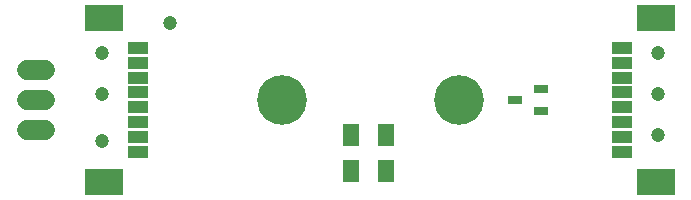
<source format=gbr>
G04 EAGLE Gerber X2 export*
%TF.Part,Single*%
%TF.FileFunction,Soldermask,Top,1*%
%TF.FilePolarity,Negative*%
%TF.GenerationSoftware,Autodesk,EAGLE,9.1.0*%
%TF.CreationDate,2020-06-24T00:01:39Z*%
G75*
%MOMM*%
%FSLAX34Y34*%
%LPD*%
%AMOC8*
5,1,8,0,0,1.08239X$1,22.5*%
G01*
%ADD10R,1.253200X0.803200*%
%ADD11R,1.803200X1.003200*%
%ADD12R,3.203200X2.303200*%
%ADD13C,1.727200*%
%ADD14R,1.363200X1.883200*%
%ADD15C,1.203200*%
%ADD16C,4.203200*%


D10*
X471000Y135500D03*
X471000Y154500D03*
X449000Y145000D03*
D11*
X539960Y101250D03*
X539960Y113750D03*
X539960Y126250D03*
X539960Y138750D03*
X539960Y151250D03*
X539960Y163750D03*
X539960Y176250D03*
X539960Y188750D03*
D12*
X568960Y214250D03*
X568960Y75750D03*
D11*
X130040Y188750D03*
X130040Y176250D03*
X130040Y163750D03*
X130040Y151250D03*
X130040Y138750D03*
X130040Y126250D03*
X130040Y113750D03*
X130040Y101250D03*
D12*
X101040Y75750D03*
X101040Y214250D03*
D13*
X51120Y119600D02*
X35880Y119600D01*
X35880Y145000D02*
X51120Y145000D01*
X51120Y170400D02*
X35880Y170400D01*
D14*
X310250Y85000D03*
X339750Y85000D03*
X339750Y115000D03*
X310250Y115000D03*
D15*
X100000Y185000D03*
X570000Y115000D03*
X100000Y110000D03*
X570000Y185000D03*
X570000Y150000D03*
X100000Y150000D03*
D16*
X251800Y145000D03*
D15*
X157500Y210000D03*
D16*
X401800Y145000D03*
M02*

</source>
